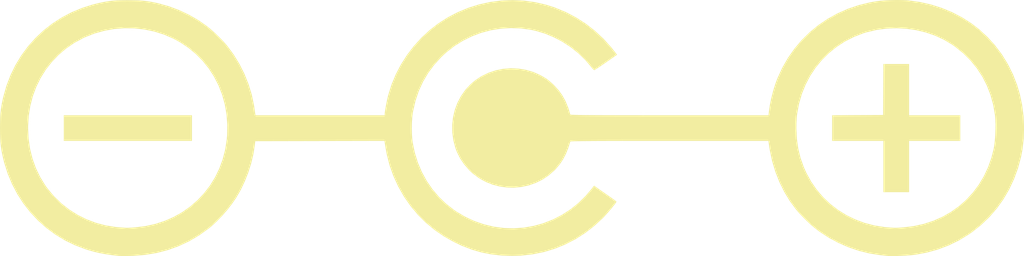
<source format=kicad_pcb>
(kicad_pcb (version 20240108) (generator pcbnew)
  (layers (0 "F.Cu" signal) (31 "B.Cu" signal) (34 "B.Paste" user) (35 "F.Paste" user) (36 "B.SilkS" user "B.Silkscreen") (37 "F.SilkS" user "F.Silkscreen") (38 "B.Mask" user) (39 "F.Mask" user) (44 "Edge.Cuts" user))
  (net 0 "")
  (footprint "Polarity_Center_Positive_40mm_SilkScreen" (layer "F.Cu") (at 0 0)
    (property "Reference" "REF**")
    (property "Value" "Polarity_Center_Positive_40mm_SilkScreen")
    (fp_poly (pts (xy -49.883935 1.998688) (xy -69.87082 1.998688) (xy -69.87082 -1.998689) (xy -49.883935 -1.998689) (xy -49.883935 1.998688)) (layer "F.SilkS") (stroke (width 0.01)) (fill solid))
    (fp_poly (pts (xy 61.959344 -1.998689) (xy 69.954098 -1.998689) (xy 69.954098 1.998688) (xy 61.959344 1.998688) (xy 61.959344 9.993442) (xy 57.961967 9.993442) (xy 57.961967 1.998688) (xy 49.967213 1.998688) (xy 49.967213 -1.997074) (xy 53.94377 -2.018701) (xy 57.920328 -2.040328) (xy 57.941955 -6.016885) (xy 57.963582 -9.993443) (xy 61.959344 -9.993443) (xy 61.959344 -1.998689)) (layer "F.SilkS") (stroke (width 0.01)) (fill solid))
    (fp_poly (pts (xy 60.764625 -19.965869) (xy 61.48763 -19.937991) (xy 61.840351 -19.911648) (xy 63.6165 -19.669626) (xy 65.359634 -19.276818) (xy 67.054864 -18.739284) (xy 68.6873 -18.063082) (xy 70.242055 -17.25427) (xy 71.704238 -16.318905) (xy 72.868852 -15.424141) (xy 74.187652 -14.215173) (xy 75.382707 -12.897458) (xy 76.448855 -11.479203) (xy 77.380935 -9.968618) (xy 78.173787 -8.373912) (xy 78.82225 -6.703294) (xy 79.241191 -5.288103) (xy 79.597256 -3.600816) (xy 79.817167 -1.866846) (xy 79.900317 -0.115729) (xy 79.846097 1.622998) (xy 79.653899 3.3198) (xy 79.441547 4.446057) (xy 78.966048 6.225979) (xy 78.347357 7.928819) (xy 77.589645 9.548373) (xy 76.697085 11.078438) (xy 75.673848 12.51281) (xy 74.524107 13.845285) (xy 73.252032 15.06966) (xy 71.861797 16.179732) (xy 71.275304 16.589191) (xy 69.740091 17.522144) (xy 68.137414 18.304425) (xy 66.463788 18.937363) (xy 64.715725 19.42229) (xy 63.018084 19.741915) (xy 62.591296 19.794295) (xy 62.06418 19.842376) (xy 61.472094 19.884566) (xy 60.850394 19.919275) (xy 60.23444 19.944911) (xy 59.659588 19.959882) (xy 59.161196 19.962596) (xy 58.774622 19.951462) (xy 58.628197 19.93952) (xy 58.421483 19.916753) (xy 58.100184 19.882222) (xy 57.715375 19.841392) (xy 57.462295 19.814786) (xy 55.816668 19.562797) (xy 54.16876 19.156198) (xy 52.542332 18.604886) (xy 50.961145 17.918758) (xy 49.44896 17.107714) (xy 48.029538 16.181651) (xy 47.177377 15.530426) (xy 46.633939 15.062933) (xy 46.038742 14.508136) (xy 45.436814 13.910897) (xy 44.873182 13.316073) (xy 44.392876 12.768524) (xy 44.336322 12.7) (xy 43.364081 11.38603) (xy 42.497065 9.955984) (xy 41.743606 8.429261) (xy 41.112039 6.82526) (xy 40.610696 5.16338) (xy 40.24791 3.46302) (xy 40.177579 3.018852) (xy 40.027643 1.998688) (xy 24.591535 1.998688) (xy 22.640931 1.99889) (xy 20.85086 1.999521) (xy 19.215297 2.000623) (xy 17.728219 2.002235) (xy 16.383602 2.0044) (xy 15.17542 2.007156) (xy 14.097651 2.010545) (xy 13.14427 2.014607) (xy 12.309253 2.019383) (xy 11.586576 2.024913) (xy 10.970214 2.031238) (xy 10.454144 2.038398) (xy 10.032342 2.046434) (xy 9.698783 2.055386) (xy 9.447443 2.065296) (xy 9.272298 2.076203) (xy 9.167324 2.088148) (xy 9.126497 2.101172) (xy 9.125629 2.102787) (xy 8.789801 3.155311) (xy 8.418462 4.072305) (xy 7.995177 4.883701) (xy 7.503514 5.619428) (xy 6.927038 6.30942) (xy 6.666311 6.582051) (xy 5.770391 7.373118) (xy 4.793926 8.028436) (xy 3.752116 8.547983) (xy 2.660158 8.931735) (xy 1.533251 9.179673) (xy 0.386591 9.291773) (xy -0.764621 9.268013) (xy -1.90519 9.108373) (xy -3.019915 8.81283) (xy -4.0936 8.381363) (xy -5.111046 7.813949) (xy -6.057056 7.110566) (xy -6.606042 6.601129) (xy -7.414136 5.684221) (xy -8.068579 4.717476) (xy -8.578489 3.686376) (xy -8.786103 3.130244) (xy -9.107899 1.92776) (xy -9.274959 0.716325) (xy -9.284354 0.028767) (xy 44.387541 0.028767) (xy 44.458286 1.639776) (xy 44.673118 3.178365) (xy 45.035933 4.662043) (xy 45.550628 6.108322) (xy 45.928362 6.95377) (xy 46.679322 8.328588) (xy 47.557695 9.601808) (xy 48.554682 10.767686) (xy 49.661483 11.820476) (xy 50.869299 12.754435) (xy 52.16933 13.563816) (xy 53.552779 14.242875) (xy 55.010844 14.785866) (xy 56.534728 15.187046) (xy 58.115631 15.440668) (xy 59.04459 15.517318) (xy 59.344905 15.534303) (xy 59.607245 15.550154) (xy 59.710819 15.556978) (xy 59.869061 15.55655) (xy 60.155569 15.545037) (xy 60.532557 15.524331) (xy 60.962241 15.496323) (xy 61.057553 15.489552) (xy 62.692468 15.293036) (xy 64.261265 14.947648) (xy 65.757151 14.459282) (xy 67.173333 13.833835) (xy 68.503019 13.077201) (xy 69.739416 12.195275) (xy 70.875733 11.193952) (xy 71.905175 10.079128) (xy 72.820951 8.856698) (xy 73.616268 7.532556) (xy 74.284333 6.112598) (xy 74.818354 4.602719) (xy 75.162894 3.247869) (xy 75.268365 2.62284) (xy 75.351547 1.878902) (xy 75.410592 1.062441) (xy 75.443646 0.219846) (xy 75.448859 -0.602494) (xy 75.424379 -1.358191) (xy 75.3714 -1.976477) (xy 75.0922 -3.606679) (xy 74.666151 -5.16155) (xy 74.095891 -6.636762) (xy 73.384055 -8.027989) (xy 72.533282 -9.330904) (xy 71.546207 -10.54118) (xy 70.425468 -11.65449) (xy 69.173702 -12.666507) (xy 68.621639 -13.052207) (xy 67.347926 -13.806465) (xy 65.985331 -14.43019) (xy 64.551074 -14.921236) (xy 63.062376 -15.27746) (xy 61.536455 -15.496718) (xy 59.990531 -15.576866) (xy 58.441825 -15.515758) (xy 56.907555 -15.311252) (xy 55.404941 -14.961203) (xy 54.797377 -14.773574) (xy 53.317665 -14.197124) (xy 51.92789 -13.484421) (xy 50.634334 -12.643241) (xy 49.443279 -11.681357) (xy 48.36101 -10.606542) (xy 47.393807 -9.426572) (xy 46.547954 -8.149219) (xy 45.829733 -6.782257) (xy 45.245426 -5.333461) (xy 44.801317 -3.810603) (xy 44.503688 -2.221459) (xy 44.4749 -2.000874) (xy 44.44352 -1.658564) (xy 44.417139 -1.201501) (xy 44.397986 -0.681464) (xy 44.388288 -0.150234) (xy 44.387541 0.028767) (xy -9.284354 0.028767) (xy -9.291439 -0.48972) (xy -9.161499 -1.67603) (xy -8.889298 -2.828262) (xy -8.478994 -3.932074) (xy -7.934746 -4.97312) (xy -7.260713 -5.937059) (xy -6.461053 -6.809547) (xy -5.720835 -7.441861) (xy -4.7203 -8.102858) (xy -3.64804 -8.622347) (xy -2.520853 -8.999908) (xy -1.355531 -9.235122) (xy -0.168872 -9.327567) (xy 1.022331 -9.276825) (xy 2.201281 -9.082474) (xy 3.351183 -8.744096) (xy 4.455243 -8.261269) (xy 5.371475 -7.719307) (xy 5.646486 -7.51515) (xy 5.98673 -7.234637) (xy 6.341294 -6.920786) (xy 6.557614 -6.717061) (xy 7.277767 -5.938337) (xy 7.883272 -5.103285) (xy 8.388235 -4.186582) (xy 8.806762 -3.162908) (xy 9.128142 -2.102787) (xy 9.161434 -2.089637) (xy 9.25814 -2.077569) (xy 9.424283 -2.066544) (xy 9.665886 -2.05652) (xy 9.988971 -2.047458) (xy 10.399562 -2.039317) (xy 10.90368 -2.032056) (xy 11.50735 -2.025635) (xy 12.216593 -2.020012) (xy 13.037432 -2.015149) (xy 13.975891 -2.011004) (xy 15.037991 -2.007536) (xy 16.229757 -2.004706) (xy 17.55721 -2.002472) (xy 19.026373 -2.000794) (xy 20.64327 -1.999632) (xy 22.413922 -1.998945) (xy 24.344353 -1.998692) (xy 24.598062 -1.998689) (xy 40.040695 -1.998689) (xy 40.097839 -2.519181) (xy 40.250474 -3.563519) (xy 40.481642 -4.684768) (xy 40.775881 -5.822333) (xy 41.117732 -6.915624) (xy 41.439798 -7.778613) (xy 42.196785 -9.41979) (xy 43.085911 -10.963899) (xy 44.100287 -12.405593) (xy 45.233026 -13.739529) (xy 46.477239 -14.960358) (xy 47.826038 -16.062736) (xy 49.272534 -17.041315) (xy 50.80984 -17.890751) (xy 52.431068 -18.605697) (xy 54.129329 -19.180808) (xy 55.897735 -19.610736) (xy 56.909925 -19.785175) (xy 57.547641 -19.859754) (xy 58.301523 -19.916384) (xy 59.122018 -19.953794) (xy 59.95957 -19.970712) (xy 60.764625 -19.965869)) (layer "F.SilkS") (stroke (width 0.01)) (fill solid))
    (fp_poly (pts (xy 1.882611 -19.876328) (xy 3.625566 -19.637164) (xy 5.345527 -19.240271) (xy 6.703934 -18.805642) (xy 8.398875 -18.104997) (xy 10.016683 -17.25879) (xy 11.549348 -16.272996) (xy 12.988858 -15.153591) (xy 14.327202 -13.90655) (xy 15.55637 -12.537848) (xy 16.183033 -11.73529) (xy 16.404597 -11.436808) (xy 14.679928 -10.236273) (xy 14.204957 -9.908239) (xy 13.772326 -9.614373) (xy 13.401526 -9.367518) (xy 13.112049 -9.180518) (xy 12.923388 -9.066215) (xy 12.857809 -9.035738) (xy 12.761768 -9.097943) (xy 12.604284 -9.260892) (xy 12.422498 -9.48539) (xy 11.476206 -10.611187) (xy 10.399658 -11.652558) (xy 9.212761 -12.597135) (xy 7.935423 -13.432549) (xy 6.587551 -14.146432) (xy 5.189052 -14.726417) (xy 3.759833 -15.160136) (xy 3.03134 -15.31992) (xy 1.437421 -15.541662) (xy -0.152342 -15.602236) (xy -1.726636 -15.505066) (xy -3.274148 -15.253576) (xy -4.783563 -14.851187) (xy -6.243568 -14.301324) (xy -7.64285 -13.607409) (xy -8.970095 -12.772866) (xy -10.213989 -11.801117) (xy -10.993683 -11.076437) (xy -12.091566 -9.87069) (xy -13.043209 -8.585523) (xy -13.848917 -7.220328) (xy -14.508997 -5.7745) (xy -15.023757 -4.247432) (xy -15.393503 -2.638516) (xy -15.45938 -2.248497) (xy -15.534523 -1.60687) (xy -15.580399 -0.855799) (xy -15.596989 -0.048774) (xy -15.584272 0.76072) (xy -15.542228 1.519195) (xy -15.470837 2.173162) (xy -15.461076 2.237156) (xy -15.12745 3.844573) (xy -14.64705 5.386489) (xy -14.025209 6.854459) (xy -13.267258 8.240037) (xy -12.378529 9.534781) (xy -11.364355 10.730244) (xy -10.230066 11.817984) (xy -8.980994 12.789554) (xy -8.660984 13.006985) (xy -7.271834 13.828887) (xy -5.825243 14.4994) (xy -4.332415 15.016991) (xy -2.804556 15.380124) (xy -1.252872 15.587266) (xy 0.311431 15.636883) (xy 1.877149 15.52744) (xy 3.433076 15.257403) (xy 4.866562 14.859121) (xy 6.374845 14.275026) (xy 7.804826 13.546888) (xy 9.147321 12.681075) (xy 10.39315 11.683952) (xy 11.533129 10.561887) (xy 12.218938 9.761144) (xy 12.837529 8.987534) (xy 13.226797 9.26589) (xy 13.41893 9.40177) (xy 13.718708 9.611938) (xy 14.096806 9.875917) (xy 14.523898 10.173233) (xy 14.969344 10.482502) (xy 15.383652 10.772235) (xy 15.746695 11.030867) (xy 16.037745 11.24324) (xy 16.236074 11.394191) (xy 16.320954 11.468562) (xy 16.322623 11.472284) (xy 16.269432 11.585241) (xy 16.122383 11.798232) (xy 15.90026 12.0886) (xy 15.621844 12.433689) (xy 15.305921 12.810842) (xy 14.971273 13.197401) (xy 14.636685 13.570711) (xy 14.320939 13.908113) (xy 14.202568 14.029518) (xy 12.85251 15.279283) (xy 11.41878 16.386719) (xy 9.907773 17.349152) (xy 8.325882 18.163906) (xy 6.679503 18.828309) (xy 4.975031 19.339684) (xy 3.21886 19.695356) (xy 1.417385 19.892653) (xy 0.083278 19.935137) (xy -1.614007 19.87629) (xy -3.219771 19.696155) (xy -4.763589 19.387801) (xy -6.275034 18.944295) (xy -7.783683 18.358704) (xy -8.93128 17.822021) (xy -10.511108 16.940104) (xy -11.995812 15.924077) (xy -13.377728 14.781545) (xy -14.649192 13.520108) (xy -15.802542 12.147371) (xy -16.830112 10.670936) (xy -17.72391 9.099055) (xy -18.472916 7.463724) (xy -19.06221 5.804312) (xy -19.498605 4.100049) (xy -19.672107 3.159855) (xy -19.858867 1.998026) (xy -29.937138 2.019177) (xy -40.01541 2.040328) (xy -40.07834 2.623278) (xy -40.296329 4.034638) (xy -40.643906 5.490701) (xy -41.107039 6.951823) (xy -41.671699 8.378358) (xy -42.323852 9.730661) (xy -43.011034 10.909508) (xy -43.65817 11.845275) (xy -44.399002 12.79136) (xy -45.200239 13.710535) (xy -46.028589 14.565576) (xy -46.850761 15.319256) (xy -47.243048 15.641669) (xy -48.735458 16.714805) (xy -50.292466 17.634441) (xy -51.913772 18.400472) (xy -53.599074 19.012791) (xy -55.348072 19.471293) (xy -57.160465 19.775871) (xy -59.035954 19.926419) (xy -59.419344 19.938052) (xy -59.928085 19.947101) (xy -60.402192 19.951405) (xy -60.807033 19.950963) (xy -61.107974 19.945774) (xy -61.251476 19.938121) (xy -62.380505 19.811319) (xy -63.385051 19.665658) (xy -64.306849 19.492847) (xy -65.187637 19.284595) (xy -66.069152 19.03261) (xy -66.498033 18.895909) (xy -68.156808 18.265582) (xy -69.734884 17.493472) (xy -71.225335 16.587121) (xy -72.621237 15.554074) (xy -73.915664 14.401874) (xy -75.101693 13.138066) (xy -76.172397 11.770191) (xy -77.120853 10.305795) (xy -77.940134 8.75242) (xy -78.623318 7.117611) (xy -79.163477 5.408911) (xy -79.273422 4.979017) (xy -79.44492 4.242521) (xy -79.577907 3.581535) (xy -79.676801 2.955785) (xy -79.746023 2.324995) (xy -79.789994 1.64889) (xy -79.813134 0.887195) (xy -79.819861 0) (xy -79.819545 -0.04164) (xy -75.450492 -0.04164) (xy -75.373081 1.61266) (xy -75.142328 3.215906) (xy -74.760451 4.761229) (xy -74.229669 6.241761) (xy -73.552199 7.650636) (xy -72.730261 8.980984) (xy -72.379332 9.466054) (xy -71.371673 10.665263) (xy -70.251603 11.746738) (xy -69.030172 12.704548) (xy -67.718428 13.53276) (xy -66.327419 14.22544) (xy -64.868195 14.776658) (xy -63.351803 15.18048) (xy -61.789293 15.430973) (xy -61.168197 15.485934) (xy -60.778773 15.512592) (xy -60.438463 15.535908) (xy -60.189383 15.552993) (xy -60.085574 15.560136) (xy -59.944206 15.558531) (xy -59.672451 15.546121) (xy -59.305992 15.524847) (xy -58.880512 15.496649) (xy -58.757773 15.487929) (xy -57.138718 15.292495) (xy -55.58383 14.948568) (xy -54.10004 14.463082) (xy -52.694278 13.84297) (xy -51.373476 13.095165) (xy -50.144564 12.226601) (xy -49.014473 11.24421) (xy -47.990135 10.154927) (xy -47.07848 8.965684) (xy -46.28644 7.683415) (xy -45.620945 6.315053) (xy -45.088926 4.867531) (xy -44.697314 3.347783) (xy -44.45304 1.762742) (xy -44.398936 1.124262) (xy -44.368008 -0.525072) (xy -44.490451 -2.133032) (xy -44.761687 -3.69137) (xy -45.177137 -5.191837) (xy -45.732224 -6.626184) (xy -46.422369 -7.986162) (xy -47.242993 -9.263521) (xy -48.189518 -10.450014) (xy -49.257365 -11.537391) (xy -50.441957 -12.517403) (xy -51.738714 -13.381801) (xy -52.758789 -13.937677) (xy -54.208307 -14.566873) (xy -55.714157 -15.045577) (xy -57.261078 -15.373689) (xy -58.833815 -15.551103) (xy -60.417108 -15.577718) (xy -61.995699 -15.453431) (xy -63.554332 -15.178138) (xy -65.077747 -14.751737) (xy -66.550687 -14.174125) (xy -66.853861 -14.032791) (xy -68.242113 -13.277373) (xy -69.524222 -12.397827) (xy -70.695111 -11.402417) (xy -71.749704 -10.299404) (xy -72.682924 -9.097051) (xy -73.489695 -7.80362) (xy -74.164939 -6.427375) (xy -74.70358 -4.976576) (xy -75.100542 -3.459486) (xy -75.350748 -1.884368) (xy -75.44912 -0.259484) (xy -75.450492 -0.04164) (xy -79.819545 -0.04164) (xy -79.813121 -0.886388) (xy -79.79006 -1.647226) (xy -79.746418 -2.323086) (xy -79.677937 -2.954538) (xy -79.580356 -3.582153) (xy -79.449417 -4.246503) (xy -79.308375 -4.871804) (xy -78.817426 -6.606328) (xy -78.181185 -8.266301) (xy -77.406503 -9.844948) (xy -76.500232 -11.335497) (xy -75.469221 -12.731175) (xy -74.320322 -14.025208) (xy -73.060386 -15.210825) (xy -71.696263 -16.281252) (xy -70.234805 -17.229715) (xy -68.682861 -18.049443) (xy -67.047283 -18.733663) (xy -65.334922 -19.2756) (xy -64.540984 -19.471282) (xy -63.856691 -19.619199) (xy -63.251045 -19.733681) (xy -62.684585 -19.818686) (xy -62.117849 -19.87817) (xy -61.511375 -19.916091) (xy -60.825702 -19.936406) (xy -60.021368 -19.943071) (xy -59.835738 -19.943109) (xy -58.943696 -19.935028) (xy -58.17618 -19.909497) (xy -57.491675 -19.862135) (xy -56.848663 -19.78856) (xy -56.205628 -19.68439) (xy -55.521051 -19.545242) (xy -55.052253 -19.438237) (xy -53.426176 -18.977685) (xy -51.824823 -18.372688) (xy -50.277509 -17.637094) (xy -48.813547 -16.78475) (xy -47.539588 -15.889445) (xy -46.933587 -15.39316) (xy -46.281381 -14.808348) (xy -45.626163 -14.177036) (xy -45.011121 -13.541255) (xy -44.479446 -12.943034) (xy -44.347589 -12.783279) (xy -43.346704 -11.422844) (xy -42.45715 -9.961773) (xy -41.689036 -8.423376) (xy -41.052468 -6.830968) (xy -40.557553 -5.207859) (xy -40.214399 -3.577364) (xy -40.141372 -3.081312) (xy -40.0937 -2.732327) (xy -40.049318 -2.428218) (xy -40.015949 -2.221318) (xy -40.009248 -2.186066) (xy -39.970597 -1.998689) (xy -19.820328 -1.998689) (xy -19.820328 -2.196099) (xy -19.80281 -2.411155) (xy -19.75483 -2.751539) (xy -19.683252 -3.180258) (xy -19.594936 -3.660317) (xy -19.496745 -4.154724) (xy -19.395541 -4.626485) (xy -19.298187 -5.038606) (xy -19.279478 -5.111788) (xy -18.767372 -6.757236) (xy -18.100614 -8.362781) (xy -17.289119 -9.914177) (xy -16.342803 -11.397182) (xy -15.271582 -12.79755) (xy -14.085373 -14.101039) (xy -12.794092 -15.293404) (xy -11.487832 -16.304071) (xy -9.981221 -17.268938) (xy -8.404205 -18.088921) (xy -6.768458 -18.762413) (xy -5.085655 -19.287809) (xy -3.367472 -19.663504) (xy -1.625583 -19.887893) (xy 0.128336 -19.959369) (xy 1.882611 -19.876328)) (layer "F.SilkS") (stroke (width 0.01)) (fill solid))
  )
)
</source>
